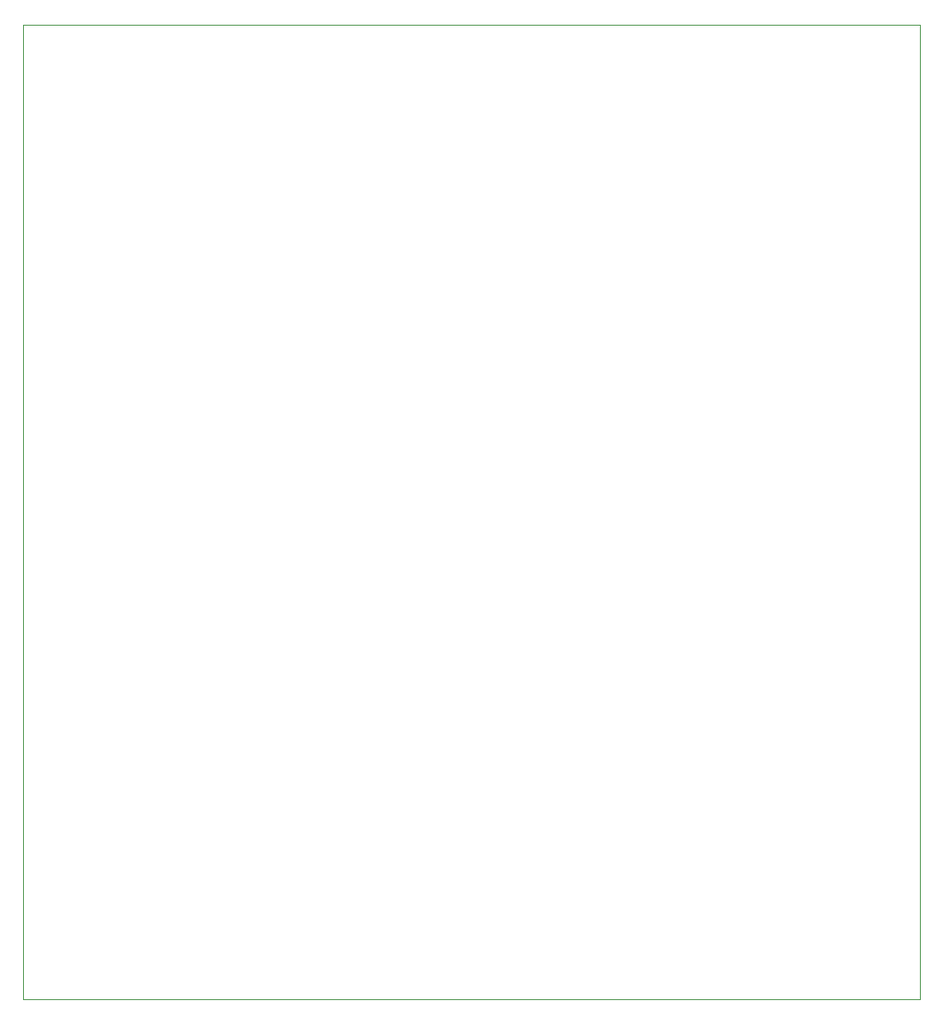
<source format=gm1>
G04 #@! TF.GenerationSoftware,KiCad,Pcbnew,(5.1.6)-1*
G04 #@! TF.CreationDate,2020-08-29T10:58:44-03:00*
G04 #@! TF.ProjectId,fontes2,666f6e74-6573-4322-9e6b-696361645f70,rev?*
G04 #@! TF.SameCoordinates,Original*
G04 #@! TF.FileFunction,Profile,NP*
%FSLAX46Y46*%
G04 Gerber Fmt 4.6, Leading zero omitted, Abs format (unit mm)*
G04 Created by KiCad (PCBNEW (5.1.6)-1) date 2020-08-29 10:58:44*
%MOMM*%
%LPD*%
G01*
G04 APERTURE LIST*
G04 #@! TA.AperFunction,Profile*
%ADD10C,0.100000*%
G04 #@! TD*
G04 APERTURE END LIST*
D10*
X181610000Y-13970000D02*
X181610000Y-110490000D01*
X92710000Y-13970000D02*
X181610000Y-13970000D01*
X92710000Y-110490000D02*
X92710000Y-13970000D01*
X181610000Y-110490000D02*
X92710000Y-110490000D01*
M02*

</source>
